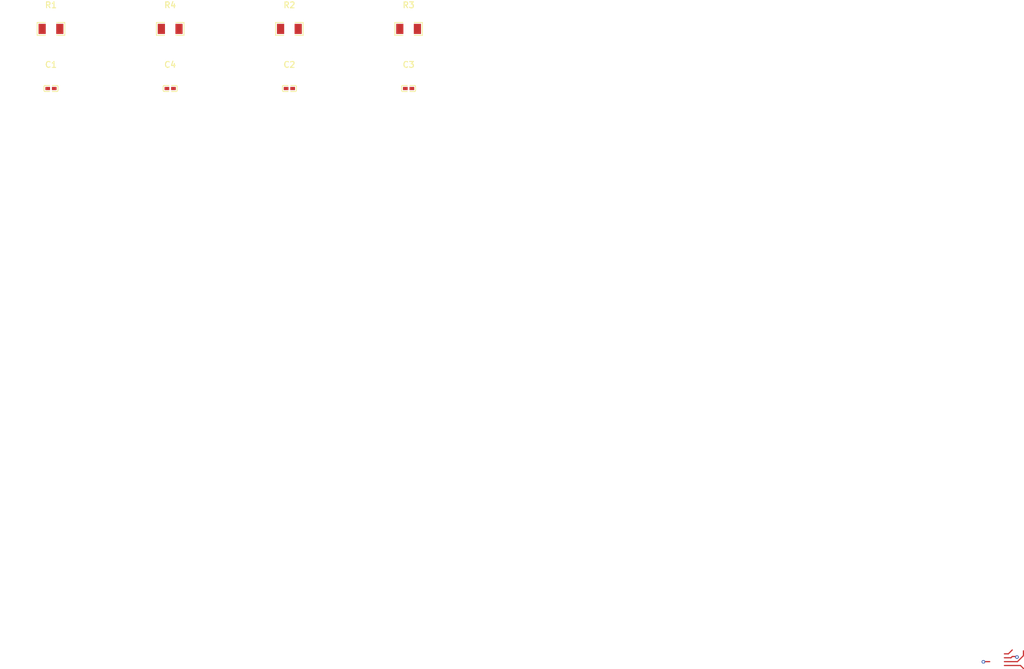
<source format=kicad_pcb>
(kicad_pcb (version 20241229) (generator "pcbnew") (generator_version "9.0")
  (layers (0 "F.Cu" signal) (2 "B.Cu" signal) (13 "F.Paste" user) (15 "B.Paste" user) (5 "F.SilkS" user "F.Silkscreen") (7 "B.SilkS" user "B.Silkscreen") (1 "F.Mask" user) (3 "B.Mask" user) (25 "Edge.Cuts" user))
  (net 0 "")
  (net 9 "current_sensors[0]-IN_")
  (net 13 "current_sensors[2]-INplus")
  (net 19 "current_sensors[0]-INplus")
  (net 22 "current_sensors[2]-IN_")
  (net 27 "current_sensors[1]-INplus")
  (net 31 "current_sensors[1]-IN_")
  (net 34 "current_sensors[3]-IN_")
  (net 39 "current_sensors[3]-INplus")
  (net 1 "gnd")
  (net 2 "hv")
  (footprint "atopile:C0402-b3ef17" (layer "F.Cu") (at 0 0 0)
    (property "Reference" "C1" (at 0 -4 0) (layer "F.SilkS") (hide no))
    (property "Value" "100nF ±10% 16V X7R")
    (fp_line (start 1.02 -0.5) (end 0.23 -0.5) (stroke (width 0.15)) (layer "F.SilkS"))
    (fp_line (start 0.23 0.5) (end 1.02 0.5) (stroke (width 0.15)) (layer "F.SilkS"))
    (fp_line (start 1.17 0.35) (end 1.17 -0.35) (stroke (width 0.15)) (layer "F.SilkS"))
    (fp_line (start -1.02 -0.5) (end -0.23 -0.5) (stroke (width 0.15)) (layer "F.SilkS"))
    (fp_line (start -0.23 0.5) (end -1.02 0.5) (stroke (width 0.15)) (layer "F.SilkS"))
    (fp_line (start -1.17 0.35) (end -1.17 -0.35) (stroke (width 0.15)) (layer "F.SilkS"))
    (fp_arc (start 1.17 0.35) (mid 1.1260660171779822 0.456066017177982) (end 1.02 0.4999999999999999) (stroke (width 0.15)) (layer "F.SilkS"))
    (fp_arc (start 1.02 -0.5) (mid 1.1260660171779822 -0.4560660171779821) (end 1.17 -0.35) (stroke (width 0.15)) (layer "F.SilkS"))
    (fp_arc (start -1.17 0.35) (mid -1.1260660171779822 0.456066017177982) (end -1.02 0.4999999999999999) (stroke (width 0.15)) (layer "F.SilkS"))
    (fp_arc (start -1.02 -0.5) (mid -1.1260660171779822 -0.4560660171779821) (end -1.17 -0.35) (stroke (width 0.15)) (layer "F.SilkS"))
    (fp_text user "${REFERENCE}" (at 0 -4 0) (layer "F.SilkS"))
    (pad "2" smd rect (at 0.55 0 0) (size 0.79 0.54) (layers "F.Cu" "F.Paste" "F.Mask") (net 1 "gnd"))
    (pad "1" smd rect (at -0.55 0 0) (size 0.79 0.54) (layers "F.Cu" "F.Paste" "F.Mask") (net 2 "hv"))
  )
  (footprint "atopile:R1206-bdb864" (layer "F.Cu") (at 0 -10 0)
    (property "Reference" "R1" (at 0 -4 0) (layer "F.SilkS") (hide no))
    (property "Value" "100Ω ±1% 250mW")
    (fp_line (start 0.95 1.08) (end 2.31 1.08) (stroke (width 0.15)) (layer "F.SilkS"))
    (fp_line (start 2.31 1.08) (end 2.31 -1.08) (stroke (width 0.15)) (layer "F.SilkS"))
    (fp_line (start 2.31 -1.08) (end 0.95 -1.08) (stroke (width 0.15)) (layer "F.SilkS"))
    (fp_line (start -0.95 1.08) (end -2.31 1.08) (stroke (width 0.15)) (layer "F.SilkS"))
    (fp_line (start -2.31 1.08) (end -2.31 -1.08) (stroke (width 0.15)) (layer "F.SilkS"))
    (fp_line (start -2.31 -1.08) (end -0.95 -1.08) (stroke (width 0.15)) (layer "F.SilkS"))
    (fp_text user "${REFERENCE}" (at 0 -4 0) (layer "F.SilkS"))
    (pad "2" smd rect (at 1.48 0 0) (size 1.21 1.7) (layers "F.Cu" "F.Paste" "F.Mask") (net 9 "current_sensors[0]-IN_"))
    (pad "1" smd rect (at -1.48 0 0) (size 1.21 1.7) (layers "F.Cu" "F.Paste" "F.Mask") (net 19 "current_sensors[0]-INplus"))
  )
  (footprint "atopile:C0402-b3ef17" (layer "F.Cu") (at 20 0 0)
    (property "Reference" "C4" (at 0 -4 0) (layer "F.SilkS") (hide no))
    (property "Value" "100nF ±10% 16V X7R")
    (fp_line (start 1.02 -0.5) (end 0.23 -0.5) (stroke (width 0.15)) (layer "F.SilkS"))
    (fp_line (start 0.23 0.5) (end 1.02 0.5) (stroke (width 0.15)) (layer "F.SilkS"))
    (fp_line (start 1.17 0.35) (end 1.17 -0.35) (stroke (width 0.15)) (layer "F.SilkS"))
    (fp_line (start -1.02 -0.5) (end -0.23 -0.5) (stroke (width 0.15)) (layer "F.SilkS"))
    (fp_line (start -0.23 0.5) (end -1.02 0.5) (stroke (width 0.15)) (layer "F.SilkS"))
    (fp_line (start -1.17 0.35) (end -1.17 -0.35) (stroke (width 0.15)) (layer "F.SilkS"))
    (fp_arc (start 1.17 0.35) (mid 1.1260660171779822 0.456066017177982) (end 1.02 0.4999999999999999) (stroke (width 0.15)) (layer "F.SilkS"))
    (fp_arc (start 1.02 -0.5) (mid 1.1260660171779822 -0.4560660171779821) (end 1.17 -0.35) (stroke (width 0.15)) (layer "F.SilkS"))
    (fp_arc (start -1.17 0.35) (mid -1.1260660171779822 0.456066017177982) (end -1.02 0.4999999999999999) (stroke (width 0.15)) (layer "F.SilkS"))
    (fp_arc (start -1.02 -0.5) (mid -1.1260660171779822 -0.4560660171779821) (end -1.17 -0.35) (stroke (width 0.15)) (layer "F.SilkS"))
    (fp_text user "${REFERENCE}" (at 0 -4 0) (layer "F.SilkS"))
    (pad "2" smd rect (at 0.55 0 0) (size 0.79 0.54) (layers "F.Cu" "F.Paste" "F.Mask") (net 1 "gnd"))
    (pad "1" smd rect (at -0.55 0 0) (size 0.79 0.54) (layers "F.Cu" "F.Paste" "F.Mask") (net 2 "hv"))
  )
  (footprint "atopile:R1206-bdb864" (layer "F.Cu") (at 20 -10 0)
    (property "Reference" "R4" (at 0 -4 0) (layer "F.SilkS") (hide no))
    (property "Value" "100Ω ±1% 250mW")
    (fp_line (start 0.95 1.08) (end 2.31 1.08) (stroke (width 0.15)) (layer "F.SilkS"))
    (fp_line (start 2.31 1.08) (end 2.31 -1.08) (stroke (width 0.15)) (layer "F.SilkS"))
    (fp_line (start 2.31 -1.08) (end 0.95 -1.08) (stroke (width 0.15)) (layer "F.SilkS"))
    (fp_line (start -0.95 1.08) (end -2.31 1.08) (stroke (width 0.15)) (layer "F.SilkS"))
    (fp_line (start -2.31 1.08) (end -2.31 -1.08) (stroke (width 0.15)) (layer "F.SilkS"))
    (fp_line (start -2.31 -1.08) (end -0.95 -1.08) (stroke (width 0.15)) (layer "F.SilkS"))
    (fp_text user "${REFERENCE}" (at 0 -4 0) (layer "F.SilkS"))
    (pad "2" smd rect (at 1.48 0 0) (size 1.21 1.7) (layers "F.Cu" "F.Paste" "F.Mask") (net 34 "current_sensors[3]-IN_"))
    (pad "1" smd rect (at -1.48 0 0) (size 1.21 1.7) (layers "F.Cu" "F.Paste" "F.Mask") (net 39 "current_sensors[3]-INplus"))
  )
  (footprint "atopile:C0402-b3ef17" (layer "F.Cu") (at 40 0 0)
    (property "Reference" "C2" (at 0 -4 0) (layer "F.SilkS") (hide no))
    (property "Value" "100nF ±10% 16V X7R")
    (fp_line (start 1.02 -0.5) (end 0.23 -0.5) (stroke (width 0.15)) (layer "F.SilkS"))
    (fp_line (start 0.23 0.5) (end 1.02 0.5) (stroke (width 0.15)) (layer "F.SilkS"))
    (fp_line (start 1.17 0.35) (end 1.17 -0.35) (stroke (width 0.15)) (layer "F.SilkS"))
    (fp_line (start -1.02 -0.5) (end -0.23 -0.5) (stroke (width 0.15)) (layer "F.SilkS"))
    (fp_line (start -0.23 0.5) (end -1.02 0.5) (stroke (width 0.15)) (layer "F.SilkS"))
    (fp_line (start -1.17 0.35) (end -1.17 -0.35) (stroke (width 0.15)) (layer "F.SilkS"))
    (fp_arc (start 1.17 0.35) (mid 1.1260660171779822 0.456066017177982) (end 1.02 0.4999999999999999) (stroke (width 0.15)) (layer "F.SilkS"))
    (fp_arc (start 1.02 -0.5) (mid 1.1260660171779822 -0.4560660171779821) (end 1.17 -0.35) (stroke (width 0.15)) (layer "F.SilkS"))
    (fp_arc (start -1.17 0.35) (mid -1.1260660171779822 0.456066017177982) (end -1.02 0.4999999999999999) (stroke (width 0.15)) (layer "F.SilkS"))
    (fp_arc (start -1.02 -0.5) (mid -1.1260660171779822 -0.4560660171779821) (end -1.17 -0.35) (stroke (width 0.15)) (layer "F.SilkS"))
    (fp_text user "${REFERENCE}" (at 0 -4 0) (layer "F.SilkS"))
    (pad "2" smd rect (at 0.55 0 0) (size 0.79 0.54) (layers "F.Cu" "F.Paste" "F.Mask") (net 1 "gnd"))
    (pad "1" smd rect (at -0.55 0 0) (size 0.79 0.54) (layers "F.Cu" "F.Paste" "F.Mask") (net 2 "hv"))
  )
  (footprint "atopile:R1206-bdb864" (layer "F.Cu") (at 40 -10 0)
    (property "Reference" "R2" (at 0 -4 0) (layer "F.SilkS") (hide no))
    (property "Value" "100Ω ±1% 250mW")
    (fp_line (start 0.95 1.08) (end 2.31 1.08) (stroke (width 0.15)) (layer "F.SilkS"))
    (fp_line (start 2.31 1.08) (end 2.31 -1.08) (stroke (width 0.15)) (layer "F.SilkS"))
    (fp_line (start 2.31 -1.08) (end 0.95 -1.08) (stroke (width 0.15)) (layer "F.SilkS"))
    (fp_line (start -0.95 1.08) (end -2.31 1.08) (stroke (width 0.15)) (layer "F.SilkS"))
    (fp_line (start -2.31 1.08) (end -2.31 -1.08) (stroke (width 0.15)) (layer "F.SilkS"))
    (fp_line (start -2.31 -1.08) (end -0.95 -1.08) (stroke (width 0.15)) (layer "F.SilkS"))
    (fp_text user "${REFERENCE}" (at 0 -4 0) (layer "F.SilkS"))
    (pad "2" smd rect (at 1.48 0 0) (size 1.21 1.7) (layers "F.Cu" "F.Paste" "F.Mask") (net 31 "current_sensors[1]-IN_"))
    (pad "1" smd rect (at -1.48 0 0) (size 1.21 1.7) (layers "F.Cu" "F.Paste" "F.Mask") (net 27 "current_sensors[1]-INplus"))
  )
  (footprint "atopile:C0402-b3ef17" (layer "F.Cu") (at 60 0 0)
    (property "Reference" "C3" (at 0 -4 0) (layer "F.SilkS") (hide no))
    (property "Value" "100nF ±10% 16V X7R")
    (fp_line (start 1.02 -0.5) (end 0.23 -0.5) (stroke (width 0.15)) (layer "F.SilkS"))
    (fp_line (start 0.23 0.5) (end 1.02 0.5) (stroke (width 0.15)) (layer "F.SilkS"))
    (fp_line (start 1.17 0.35) (end 1.17 -0.35) (stroke (width 0.15)) (layer "F.SilkS"))
    (fp_line (start -1.02 -0.5) (end -0.23 -0.5) (stroke (width 0.15)) (layer "F.SilkS"))
    (fp_line (start -0.23 0.5) (end -1.02 0.5) (stroke (width 0.15)) (layer "F.SilkS"))
    (fp_line (start -1.17 0.35) (end -1.17 -0.35) (stroke (width 0.15)) (layer "F.SilkS"))
    (fp_arc (start 1.17 0.35) (mid 1.1260660171779822 0.456066017177982) (end 1.02 0.4999999999999999) (stroke (width 0.15)) (layer "F.SilkS"))
    (fp_arc (start 1.02 -0.5) (mid 1.1260660171779822 -0.4560660171779821) (end 1.17 -0.35) (stroke (width 0.15)) (layer "F.SilkS"))
    (fp_arc (start -1.17 0.35) (mid -1.1260660171779822 0.456066017177982) (end -1.02 0.4999999999999999) (stroke (width 0.15)) (layer "F.SilkS"))
    (fp_arc (start -1.02 -0.5) (mid -1.1260660171779822 -0.4560660171779821) (end -1.17 -0.35) (stroke (width 0.15)) (layer "F.SilkS"))
    (fp_text user "${REFERENCE}" (at 0 -4 0) (layer "F.SilkS"))
    (pad "2" smd rect (at 0.55 0 0) (size 0.79 0.54) (layers "F.Cu" "F.Paste" "F.Mask") (net 1 "gnd"))
    (pad "1" smd rect (at -0.55 0 0) (size 0.79 0.54) (layers "F.Cu" "F.Paste" "F.Mask") (net 2 "hv"))
  )
  (footprint "atopile:R1206-bdb864" (layer "F.Cu") (at 60 -10 0)
    (property "Reference" "R3" (at 0 -4 0) (layer "F.SilkS") (hide no))
    (property "Value" "100Ω ±1% 250mW")
    (fp_line (start 0.95 1.08) (end 2.31 1.08) (stroke (width 0.15)) (layer "F.SilkS"))
    (fp_line (start 2.31 1.08) (end 2.31 -1.08) (stroke (width 0.15)) (layer "F.SilkS"))
    (fp_line (start 2.31 -1.08) (end 0.95 -1.08) (stroke (width 0.15)) (layer "F.SilkS"))
    (fp_line (start -0.95 1.08) (end -2.31 1.08) (stroke (width 0.15)) (layer "F.SilkS"))
    (fp_line (start -2.31 1.08) (end -2.31 -1.08) (stroke (width 0.15)) (layer "F.SilkS"))
    (fp_line (start -2.31 -1.08) (end -0.95 -1.08) (stroke (width 0.15)) (layer "F.SilkS"))
    (fp_text user "${REFERENCE}" (at 0 -4 0) (layer "F.SilkS"))
    (pad "2" smd rect (at 1.48 0 0) (size 1.21 1.7) (layers "F.Cu" "F.Paste" "F.Mask") (net 22 "current_sensors[2]-IN_"))
    (pad "1" smd rect (at -1.48 0 0) (size 1.21 1.7) (layers "F.Cu" "F.Paste" "F.Mask") (net 13 "current_sensors[2]-INplus"))
  )
  (via (at 156.44 96.19) (size 0.6) (drill 0.3) (layers "F.Cu" "B.Cu") (net 0))
  (via (at 162.071837 95.394634) (size 0.6) (drill 0.3) (layers "F.Cu" "B.Cu") (net 0))
  (segment (start 160.63 94.85) (end 161.28 94.2) (width 0.2) (net 0) (layer "F.Cu"))
  (segment (start 159.96 94.85) (end 160.63 94.85) (width 0.2) (net 0) (layer "F.Cu"))
  (segment (start 159.96 96.81) (end 162.66 96.81) (width 0.2) (net 0) (layer "F.Cu"))
  (segment (start 162.66 96.81) (end 163.16 97.31) (width 0.2) (net 0) (layer "F.Cu"))
  (segment (start 163.16 95.155) (end 162.155 96.16) (width 0.2) (net 0) (layer "F.Cu"))
  (segment (start 162.155 96.16) (end 159.96 96.16) (width 0.2) (net 0) (layer "F.Cu"))
  (segment (start 163.16 94.35) (end 163.16 95.155) (width 0.2) (net 0) (layer "F.Cu"))
  (segment (start 157.5 96.16) (end 156.47 96.16) (width 0.2) (net 0) (layer "F.Cu"))
  (segment (start 161.28 95.3) (end 161.07 95.51) (width 0.2) (net 0) (layer "F.Cu"))
  (segment (start 161.07 95.51) (end 159.96 95.51) (width 0.2) (net 0) (layer "F.Cu"))
  (segment (start 161.977203 95.3) (end 162.071837 95.394634) (width 0.2) (net 0) (layer "F.Cu"))
  (segment (start 161.28 95.3) (end 161.977203 95.3) (width 0.2) (net 0) (layer "F.Cu"))
  (segment (start 156.47 96.16) (end 156.44 96.19) (width 0.2) (net 0) (layer "F.Cu"))
)
</source>
